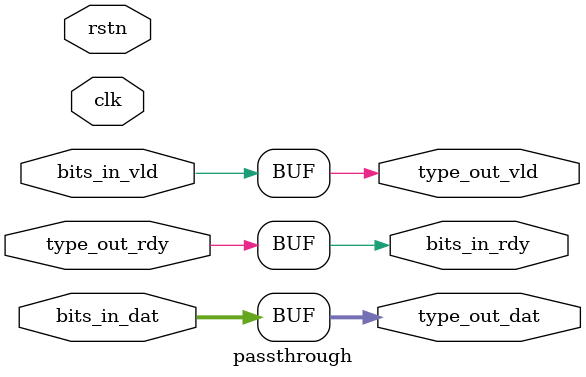
<source format=v>
module passthrough #(
    parameter WIDTH = 64
)(
    input clk,
    input rstn,
    input [WIDTH-1:0] bits_in_dat,
    output bits_in_rdy,
    input bits_in_vld,
    output [WIDTH-1:0] type_out_dat,
    input type_out_rdy,
    output type_out_vld
);

assign type_out_vld = bits_in_vld;
assign bits_in_rdy = type_out_rdy;
assign type_out_dat = bits_in_dat;

endmodule

</source>
